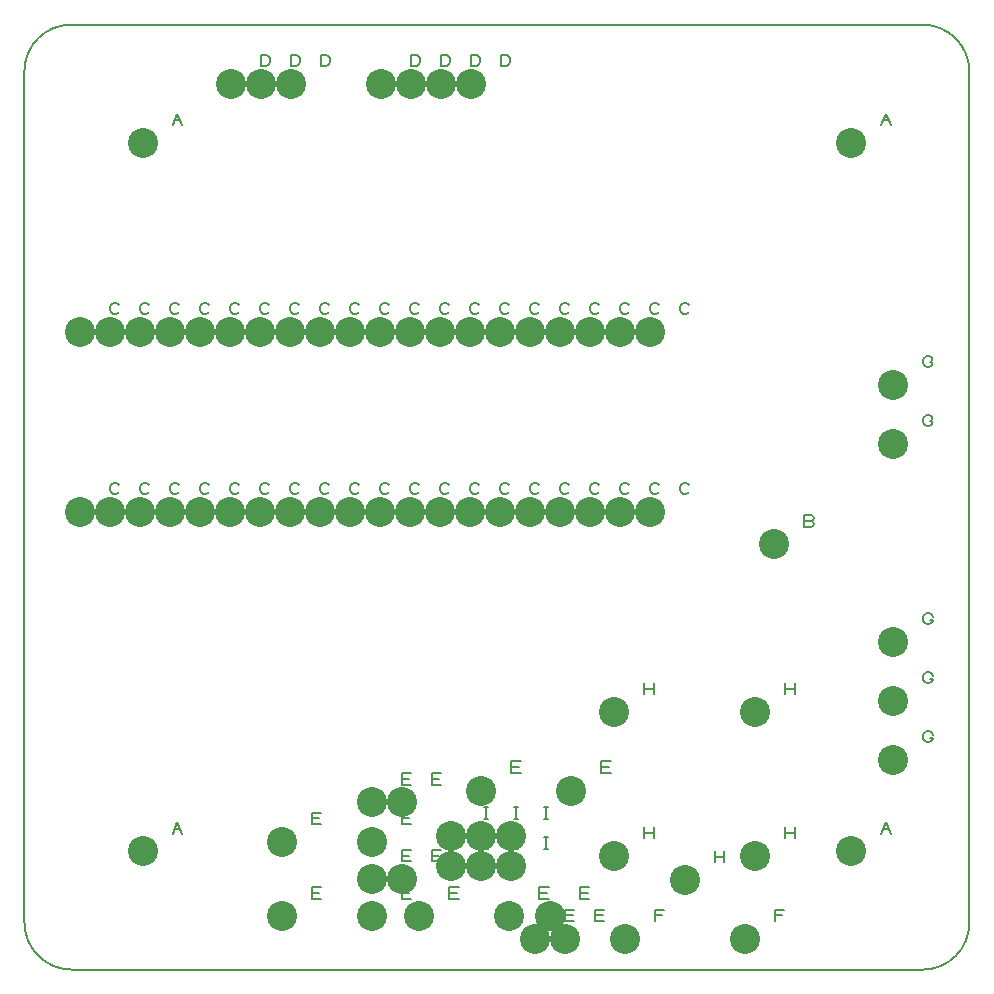
<source format=gbr>
G04 DesignSpark PCB Gerber Version 11.0 Build 5877*
%FSLAX35Y35*%
%MOIN*%
%ADD12C,0.00500*%
%ADD96C,0.10000*%
X0Y0D02*
D02*
D12*
X1674070Y1801641D02*
X1673757Y1801329D01*
X1673132Y1801016D01*
X1672195D01*
X1671570Y1801329D01*
X1671257Y1801641D01*
X1670945Y1802266D01*
Y1803516D01*
X1671257Y1804141D01*
X1671570Y1804454D01*
X1672195Y1804766D01*
X1673132D01*
X1673757Y1804454D01*
X1674070Y1804141D01*
Y1861641D02*
X1673757Y1861329D01*
X1673132Y1861016D01*
X1672195D01*
X1671570Y1861329D01*
X1671257Y1861641D01*
X1670945Y1862266D01*
Y1863516D01*
X1671257Y1864141D01*
X1671570Y1864454D01*
X1672195Y1864766D01*
X1673132D01*
X1673757Y1864454D01*
X1674070Y1864141D01*
X1684070Y1801641D02*
X1683757Y1801329D01*
X1683132Y1801016D01*
X1682195D01*
X1681570Y1801329D01*
X1681257Y1801641D01*
X1680945Y1802266D01*
Y1803516D01*
X1681257Y1804141D01*
X1681570Y1804454D01*
X1682195Y1804766D01*
X1683132D01*
X1683757Y1804454D01*
X1684070Y1804141D01*
Y1861641D02*
X1683757Y1861329D01*
X1683132Y1861016D01*
X1682195D01*
X1681570Y1861329D01*
X1681257Y1861641D01*
X1680945Y1862266D01*
Y1863516D01*
X1681257Y1864141D01*
X1681570Y1864454D01*
X1682195Y1864766D01*
X1683132D01*
X1683757Y1864454D01*
X1684070Y1864141D01*
X1694070Y1801641D02*
X1693757Y1801329D01*
X1693132Y1801016D01*
X1692195D01*
X1691570Y1801329D01*
X1691257Y1801641D01*
X1690945Y1802266D01*
Y1803516D01*
X1691257Y1804141D01*
X1691570Y1804454D01*
X1692195Y1804766D01*
X1693132D01*
X1693757Y1804454D01*
X1694070Y1804141D01*
Y1861641D02*
X1693757Y1861329D01*
X1693132Y1861016D01*
X1692195D01*
X1691570Y1861329D01*
X1691257Y1861641D01*
X1690945Y1862266D01*
Y1863516D01*
X1691257Y1864141D01*
X1691570Y1864454D01*
X1692195Y1864766D01*
X1693132D01*
X1693757Y1864454D01*
X1694070Y1864141D01*
X1691890Y1687827D02*
X1693452Y1691577D01*
X1695015Y1687827D01*
X1692515Y1689390D02*
X1694390D01*
X1691890Y1924048D02*
X1693452Y1927798D01*
X1695015Y1924048D01*
X1692515Y1925610D02*
X1694390D01*
X1704070Y1801641D02*
X1703757Y1801329D01*
X1703132Y1801016D01*
X1702195D01*
X1701570Y1801329D01*
X1701257Y1801641D01*
X1700945Y1802266D01*
Y1803516D01*
X1701257Y1804141D01*
X1701570Y1804454D01*
X1702195Y1804766D01*
X1703132D01*
X1703757Y1804454D01*
X1704070Y1804141D01*
Y1861641D02*
X1703757Y1861329D01*
X1703132Y1861016D01*
X1702195D01*
X1701570Y1861329D01*
X1701257Y1861641D01*
X1700945Y1862266D01*
Y1863516D01*
X1701257Y1864141D01*
X1701570Y1864454D01*
X1702195Y1864766D01*
X1703132D01*
X1703757Y1864454D01*
X1704070Y1864141D01*
X1714070Y1801641D02*
X1713757Y1801329D01*
X1713132Y1801016D01*
X1712195D01*
X1711570Y1801329D01*
X1711257Y1801641D01*
X1710945Y1802266D01*
Y1803516D01*
X1711257Y1804141D01*
X1711570Y1804454D01*
X1712195Y1804766D01*
X1713132D01*
X1713757Y1804454D01*
X1714070Y1804141D01*
Y1861641D02*
X1713757Y1861329D01*
X1713132Y1861016D01*
X1712195D01*
X1711570Y1861329D01*
X1711257Y1861641D01*
X1710945Y1862266D01*
Y1863516D01*
X1711257Y1864141D01*
X1711570Y1864454D01*
X1712195Y1864766D01*
X1713132D01*
X1713757Y1864454D01*
X1714070Y1864141D01*
X1724070Y1801641D02*
X1723757Y1801329D01*
X1723132Y1801016D01*
X1722195D01*
X1721570Y1801329D01*
X1721257Y1801641D01*
X1720945Y1802266D01*
Y1803516D01*
X1721257Y1804141D01*
X1721570Y1804454D01*
X1722195Y1804766D01*
X1723132D01*
X1723757Y1804454D01*
X1724070Y1804141D01*
Y1861641D02*
X1723757Y1861329D01*
X1723132Y1861016D01*
X1722195D01*
X1721570Y1861329D01*
X1721257Y1861641D01*
X1720945Y1862266D01*
Y1863516D01*
X1721257Y1864141D01*
X1721570Y1864454D01*
X1722195Y1864766D01*
X1723132D01*
X1723757Y1864454D01*
X1724070Y1864141D01*
X1721260Y1943733D02*
Y1947483D01*
X1723135D01*
X1723760Y1947170D01*
X1724072Y1946858D01*
X1724385Y1946233D01*
Y1944983D01*
X1724072Y1944358D01*
X1723760Y1944045D01*
X1723135Y1943733D01*
X1721260D01*
X1734070Y1801641D02*
X1733757Y1801329D01*
X1733132Y1801016D01*
X1732195D01*
X1731570Y1801329D01*
X1731257Y1801641D01*
X1730945Y1802266D01*
Y1803516D01*
X1731257Y1804141D01*
X1731570Y1804454D01*
X1732195Y1804766D01*
X1733132D01*
X1733757Y1804454D01*
X1734070Y1804141D01*
Y1861641D02*
X1733757Y1861329D01*
X1733132Y1861016D01*
X1732195D01*
X1731570Y1861329D01*
X1731257Y1861641D01*
X1730945Y1862266D01*
Y1863516D01*
X1731257Y1864141D01*
X1731570Y1864454D01*
X1732195Y1864766D01*
X1733132D01*
X1733757Y1864454D01*
X1734070Y1864141D01*
X1731260Y1943733D02*
Y1947483D01*
X1733135D01*
X1733760Y1947170D01*
X1734072Y1946858D01*
X1734385Y1946233D01*
Y1944983D01*
X1734072Y1944358D01*
X1733760Y1944045D01*
X1733135Y1943733D01*
X1731260D01*
X1738228Y1666193D02*
Y1669943D01*
X1741354D01*
X1740728Y1668069D02*
X1738228D01*
Y1666193D02*
X1741354D01*
X1738228Y1691056D02*
Y1694806D01*
X1741354D01*
X1740728Y1692931D02*
X1738228D01*
Y1691056D02*
X1741354D01*
X1744070Y1801641D02*
X1743757Y1801329D01*
X1743132Y1801016D01*
X1742195D01*
X1741570Y1801329D01*
X1741257Y1801641D01*
X1740945Y1802266D01*
Y1803516D01*
X1741257Y1804141D01*
X1741570Y1804454D01*
X1742195Y1804766D01*
X1743132D01*
X1743757Y1804454D01*
X1744070Y1804141D01*
Y1861641D02*
X1743757Y1861329D01*
X1743132Y1861016D01*
X1742195D01*
X1741570Y1861329D01*
X1741257Y1861641D01*
X1740945Y1862266D01*
Y1863516D01*
X1741257Y1864141D01*
X1741570Y1864454D01*
X1742195Y1864766D01*
X1743132D01*
X1743757Y1864454D01*
X1744070Y1864141D01*
X1741260Y1943733D02*
Y1947483D01*
X1743135D01*
X1743760Y1947170D01*
X1744072Y1946858D01*
X1744385Y1946233D01*
Y1944983D01*
X1744072Y1944358D01*
X1743760Y1944045D01*
X1743135Y1943733D01*
X1741260D01*
X1754070Y1801641D02*
X1753757Y1801329D01*
X1753132Y1801016D01*
X1752195D01*
X1751570Y1801329D01*
X1751257Y1801641D01*
X1750945Y1802266D01*
Y1803516D01*
X1751257Y1804141D01*
X1751570Y1804454D01*
X1752195Y1804766D01*
X1753132D01*
X1753757Y1804454D01*
X1754070Y1804141D01*
Y1861641D02*
X1753757Y1861329D01*
X1753132Y1861016D01*
X1752195D01*
X1751570Y1861329D01*
X1751257Y1861641D01*
X1750945Y1862266D01*
Y1863516D01*
X1751257Y1864141D01*
X1751570Y1864454D01*
X1752195Y1864766D01*
X1753132D01*
X1753757Y1864454D01*
X1754070Y1864141D01*
X1764070Y1801641D02*
X1763757Y1801329D01*
X1763132Y1801016D01*
X1762195D01*
X1761570Y1801329D01*
X1761257Y1801641D01*
X1760945Y1802266D01*
Y1803516D01*
X1761257Y1804141D01*
X1761570Y1804454D01*
X1762195Y1804766D01*
X1763132D01*
X1763757Y1804454D01*
X1764070Y1804141D01*
Y1861641D02*
X1763757Y1861329D01*
X1763132Y1861016D01*
X1762195D01*
X1761570Y1861329D01*
X1761257Y1861641D01*
X1760945Y1862266D01*
Y1863516D01*
X1761257Y1864141D01*
X1761570Y1864454D01*
X1762195Y1864766D01*
X1763132D01*
X1763757Y1864454D01*
X1764070Y1864141D01*
X1768228Y1666193D02*
Y1669943D01*
X1771354D01*
X1770728Y1668069D02*
X1768228D01*
Y1666193D02*
X1771354D01*
X1768228Y1678575D02*
Y1682325D01*
X1771354D01*
X1770728Y1680450D02*
X1768228D01*
Y1678575D02*
X1771354D01*
X1768228Y1691056D02*
Y1694806D01*
X1771354D01*
X1770728Y1692931D02*
X1768228D01*
Y1691056D02*
X1771354D01*
X1768228Y1704205D02*
Y1707955D01*
X1771354D01*
X1770728Y1706080D02*
X1768228D01*
Y1704205D02*
X1771354D01*
X1774070Y1801641D02*
X1773757Y1801329D01*
X1773132Y1801016D01*
X1772195D01*
X1771570Y1801329D01*
X1771257Y1801641D01*
X1770945Y1802266D01*
Y1803516D01*
X1771257Y1804141D01*
X1771570Y1804454D01*
X1772195Y1804766D01*
X1773132D01*
X1773757Y1804454D01*
X1774070Y1804141D01*
Y1861641D02*
X1773757Y1861329D01*
X1773132Y1861016D01*
X1772195D01*
X1771570Y1861329D01*
X1771257Y1861641D01*
X1770945Y1862266D01*
Y1863516D01*
X1771257Y1864141D01*
X1771570Y1864454D01*
X1772195Y1864766D01*
X1773132D01*
X1773757Y1864454D01*
X1774070Y1864141D01*
X1771378Y1943733D02*
Y1947483D01*
X1773253D01*
X1773878Y1947170D01*
X1774191Y1946858D01*
X1774503Y1946233D01*
Y1944983D01*
X1774191Y1944358D01*
X1773878Y1944045D01*
X1773253Y1943733D01*
X1771378D01*
X1778228Y1678575D02*
Y1682325D01*
X1781354D01*
X1780728Y1680450D02*
X1778228D01*
Y1678575D02*
X1781354D01*
X1778228Y1704205D02*
Y1707955D01*
X1781354D01*
X1780728Y1706080D02*
X1778228D01*
Y1704205D02*
X1781354D01*
X1784070Y1801641D02*
X1783757Y1801329D01*
X1783132Y1801016D01*
X1782195D01*
X1781570Y1801329D01*
X1781257Y1801641D01*
X1780945Y1802266D01*
Y1803516D01*
X1781257Y1804141D01*
X1781570Y1804454D01*
X1782195Y1804766D01*
X1783132D01*
X1783757Y1804454D01*
X1784070Y1804141D01*
Y1861641D02*
X1783757Y1861329D01*
X1783132Y1861016D01*
X1782195D01*
X1781570Y1861329D01*
X1781257Y1861641D01*
X1780945Y1862266D01*
Y1863516D01*
X1781257Y1864141D01*
X1781570Y1864454D01*
X1782195Y1864766D01*
X1783132D01*
X1783757Y1864454D01*
X1784070Y1864141D01*
X1781378Y1943733D02*
Y1947483D01*
X1783253D01*
X1783878Y1947170D01*
X1784191Y1946858D01*
X1784503Y1946233D01*
Y1944983D01*
X1784191Y1944358D01*
X1783878Y1944045D01*
X1783253Y1943733D01*
X1781378D01*
X1784094Y1666193D02*
Y1669943D01*
X1787220D01*
X1786594Y1668069D02*
X1784094D01*
Y1666193D02*
X1787220D01*
X1794070Y1801641D02*
X1793757Y1801329D01*
X1793132Y1801016D01*
X1792195D01*
X1791570Y1801329D01*
X1791257Y1801641D01*
X1790945Y1802266D01*
Y1803516D01*
X1791257Y1804141D01*
X1791570Y1804454D01*
X1792195Y1804766D01*
X1793132D01*
X1793757Y1804454D01*
X1794070Y1804141D01*
Y1861641D02*
X1793757Y1861329D01*
X1793132Y1861016D01*
X1792195D01*
X1791570Y1861329D01*
X1791257Y1861641D01*
X1790945Y1862266D01*
Y1863516D01*
X1791257Y1864141D01*
X1791570Y1864454D01*
X1792195Y1864766D01*
X1793132D01*
X1793757Y1864454D01*
X1794070Y1864141D01*
X1791378Y1943733D02*
Y1947483D01*
X1793253D01*
X1793878Y1947170D01*
X1794191Y1946858D01*
X1794503Y1946233D01*
Y1944983D01*
X1794191Y1944358D01*
X1793878Y1944045D01*
X1793253Y1943733D01*
X1791378D01*
X1795780Y1682867D02*
X1797030D01*
X1796405D02*
Y1686617D01*
X1795780D02*
X1797030D01*
X1795780Y1692867D02*
X1797030D01*
X1796405D02*
Y1696617D01*
X1795780D02*
X1797030D01*
X1804070Y1801641D02*
X1803757Y1801329D01*
X1803132Y1801016D01*
X1802195D01*
X1801570Y1801329D01*
X1801257Y1801641D01*
X1800945Y1802266D01*
Y1803516D01*
X1801257Y1804141D01*
X1801570Y1804454D01*
X1802195Y1804766D01*
X1803132D01*
X1803757Y1804454D01*
X1804070Y1804141D01*
Y1861641D02*
X1803757Y1861329D01*
X1803132Y1861016D01*
X1802195D01*
X1801570Y1861329D01*
X1801257Y1861641D01*
X1800945Y1862266D01*
Y1863516D01*
X1801257Y1864141D01*
X1801570Y1864454D01*
X1802195Y1864766D01*
X1803132D01*
X1803757Y1864454D01*
X1804070Y1864141D01*
X1801378Y1943733D02*
Y1947483D01*
X1803253D01*
X1803878Y1947170D01*
X1804191Y1946858D01*
X1804503Y1946233D01*
Y1944983D01*
X1804191Y1944358D01*
X1803878Y1944045D01*
X1803253Y1943733D01*
X1801378D01*
X1805780Y1682867D02*
X1807030D01*
X1806405D02*
Y1686617D01*
X1805780D02*
X1807030D01*
X1805780Y1692867D02*
X1807030D01*
X1806405D02*
Y1696617D01*
X1805780D02*
X1807030D01*
X1804843Y1708142D02*
Y1711892D01*
X1807968D01*
X1807343Y1710017D02*
X1804843D01*
Y1708142D02*
X1807968D01*
X1814070Y1801641D02*
X1813757Y1801329D01*
X1813132Y1801016D01*
X1812195D01*
X1811570Y1801329D01*
X1811257Y1801641D01*
X1810945Y1802266D01*
Y1803516D01*
X1811257Y1804141D01*
X1811570Y1804454D01*
X1812195Y1804766D01*
X1813132D01*
X1813757Y1804454D01*
X1814070Y1804141D01*
Y1861641D02*
X1813757Y1861329D01*
X1813132Y1861016D01*
X1812195D01*
X1811570Y1861329D01*
X1811257Y1861641D01*
X1810945Y1862266D01*
Y1863516D01*
X1811257Y1864141D01*
X1811570Y1864454D01*
X1812195Y1864766D01*
X1813132D01*
X1813757Y1864454D01*
X1814070Y1864141D01*
X1814094Y1666193D02*
Y1669943D01*
X1817220D01*
X1816594Y1668069D02*
X1814094D01*
Y1666193D02*
X1817220D01*
X1815780Y1682867D02*
X1817030D01*
X1816405D02*
Y1686617D01*
X1815780D02*
X1817030D01*
X1815780Y1692867D02*
X1817030D01*
X1816405D02*
Y1696617D01*
X1815780D02*
X1817030D01*
X1824070Y1801641D02*
X1823757Y1801329D01*
X1823132Y1801016D01*
X1822195D01*
X1821570Y1801329D01*
X1821257Y1801641D01*
X1820945Y1802266D01*
Y1803516D01*
X1821257Y1804141D01*
X1821570Y1804454D01*
X1822195Y1804766D01*
X1823132D01*
X1823757Y1804454D01*
X1824070Y1804141D01*
Y1861641D02*
X1823757Y1861329D01*
X1823132Y1861016D01*
X1822195D01*
X1821570Y1861329D01*
X1821257Y1861641D01*
X1820945Y1862266D01*
Y1863516D01*
X1821257Y1864141D01*
X1821570Y1864454D01*
X1822195Y1864766D01*
X1823132D01*
X1823757Y1864454D01*
X1824070Y1864141D01*
X1822717Y1658693D02*
Y1662443D01*
X1825842D01*
X1825217Y1660569D02*
X1822717D01*
Y1658693D02*
X1825842D01*
X1827717Y1666193D02*
Y1669943D01*
X1830842D01*
X1830217Y1668069D02*
X1827717D01*
Y1666193D02*
X1830842D01*
X1834070Y1801641D02*
X1833757Y1801329D01*
X1833132Y1801016D01*
X1832195D01*
X1831570Y1801329D01*
X1831257Y1801641D01*
X1830945Y1802266D01*
Y1803516D01*
X1831257Y1804141D01*
X1831570Y1804454D01*
X1832195Y1804766D01*
X1833132D01*
X1833757Y1804454D01*
X1834070Y1804141D01*
Y1861641D02*
X1833757Y1861329D01*
X1833132Y1861016D01*
X1832195D01*
X1831570Y1861329D01*
X1831257Y1861641D01*
X1830945Y1862266D01*
Y1863516D01*
X1831257Y1864141D01*
X1831570Y1864454D01*
X1832195Y1864766D01*
X1833132D01*
X1833757Y1864454D01*
X1834070Y1864141D01*
X1832717Y1658693D02*
Y1662443D01*
X1835842D01*
X1835217Y1660569D02*
X1832717D01*
Y1658693D02*
X1835842D01*
X1834843Y1708142D02*
Y1711892D01*
X1837968D01*
X1837343Y1710017D02*
X1834843D01*
Y1708142D02*
X1837968D01*
X1844070Y1801641D02*
X1843757Y1801329D01*
X1843132Y1801016D01*
X1842195D01*
X1841570Y1801329D01*
X1841257Y1801641D01*
X1840945Y1802266D01*
Y1803516D01*
X1841257Y1804141D01*
X1841570Y1804454D01*
X1842195Y1804766D01*
X1843132D01*
X1843757Y1804454D01*
X1844070Y1804141D01*
Y1861641D02*
X1843757Y1861329D01*
X1843132Y1861016D01*
X1842195D01*
X1841570Y1861329D01*
X1841257Y1861641D01*
X1840945Y1862266D01*
Y1863516D01*
X1841257Y1864141D01*
X1841570Y1864454D01*
X1842195Y1864766D01*
X1843132D01*
X1843757Y1864454D01*
X1844070Y1864141D01*
X1849098Y1686280D02*
Y1690030D01*
Y1688155D02*
X1852224D01*
Y1686280D02*
Y1690030D01*
X1849098Y1734280D02*
Y1738030D01*
Y1736155D02*
X1852224D01*
Y1734280D02*
Y1738030D01*
X1854070Y1801641D02*
X1853757Y1801329D01*
X1853132Y1801016D01*
X1852195D01*
X1851570Y1801329D01*
X1851257Y1801641D01*
X1850945Y1802266D01*
Y1803516D01*
X1851257Y1804141D01*
X1851570Y1804454D01*
X1852195Y1804766D01*
X1853132D01*
X1853757Y1804454D01*
X1854070Y1804141D01*
Y1861641D02*
X1853757Y1861329D01*
X1853132Y1861016D01*
X1852195D01*
X1851570Y1861329D01*
X1851257Y1861641D01*
X1850945Y1862266D01*
Y1863516D01*
X1851257Y1864141D01*
X1851570Y1864454D01*
X1852195Y1864766D01*
X1853132D01*
X1853757Y1864454D01*
X1854070Y1864141D01*
X1852598Y1658693D02*
Y1662443D01*
X1855724D01*
X1855098Y1660569D02*
X1852598D01*
X1864070Y1801641D02*
X1863757Y1801329D01*
X1863132Y1801016D01*
X1862195D01*
X1861570Y1801329D01*
X1861257Y1801641D01*
X1860945Y1802266D01*
Y1803516D01*
X1861257Y1804141D01*
X1861570Y1804454D01*
X1862195Y1804766D01*
X1863132D01*
X1863757Y1804454D01*
X1864070Y1804141D01*
Y1861641D02*
X1863757Y1861329D01*
X1863132Y1861016D01*
X1862195D01*
X1861570Y1861329D01*
X1861257Y1861641D01*
X1860945Y1862266D01*
Y1863516D01*
X1861257Y1864141D01*
X1861570Y1864454D01*
X1862195Y1864766D01*
X1863132D01*
X1863757Y1864454D01*
X1864070Y1864141D01*
X1872598Y1678280D02*
Y1682030D01*
Y1680155D02*
X1875724D01*
Y1678280D02*
Y1682030D01*
X1892598Y1658693D02*
Y1662443D01*
X1895724D01*
X1895098Y1660569D02*
X1892598D01*
X1896098Y1686280D02*
Y1690030D01*
Y1688155D02*
X1899224D01*
Y1686280D02*
Y1690030D01*
X1896098Y1734280D02*
Y1738030D01*
Y1736155D02*
X1899224D01*
Y1734280D02*
Y1738030D01*
X1904707Y1792065D02*
X1905332Y1791752D01*
X1905645Y1791127D01*
X1905332Y1790502D01*
X1904707Y1790189D01*
X1902520D01*
Y1793939D01*
X1904707D01*
X1905332Y1793627D01*
X1905645Y1793002D01*
X1905332Y1792377D01*
X1904707Y1792065D01*
X1902520D01*
X1928110Y1687827D02*
X1929673Y1691577D01*
X1931235Y1687827D01*
X1928735Y1689390D02*
X1930610D01*
X1928110Y1924048D02*
X1929673Y1927798D01*
X1931235Y1924048D01*
X1928735Y1925610D02*
X1930610D01*
X1944274Y1825217D02*
X1945212D01*
Y1824904D01*
X1944899Y1824279D01*
X1944587Y1823967D01*
X1943962Y1823654D01*
X1943337D01*
X1942712Y1823967D01*
X1942399Y1824279D01*
X1942087Y1824904D01*
Y1826154D01*
X1942399Y1826779D01*
X1942712Y1827092D01*
X1943337Y1827404D01*
X1943962D01*
X1944587Y1827092D01*
X1944899Y1826779D01*
X1945212Y1826154D01*
X1944274Y1844902D02*
X1945212D01*
Y1844589D01*
X1944899Y1843964D01*
X1944587Y1843652D01*
X1943962Y1843339D01*
X1943337D01*
X1942712Y1843652D01*
X1942399Y1843964D01*
X1942087Y1844589D01*
Y1845839D01*
X1942399Y1846464D01*
X1942712Y1846777D01*
X1943337Y1847089D01*
X1943962D01*
X1944587Y1846777D01*
X1944899Y1846464D01*
X1945212Y1845839D01*
X1944353Y1719823D02*
X1945291D01*
Y1719510D01*
X1944978Y1718885D01*
X1944665Y1718573D01*
X1944041Y1718260D01*
X1943415D01*
X1942791Y1718573D01*
X1942478Y1718885D01*
X1942165Y1719510D01*
Y1720760D01*
X1942478Y1721385D01*
X1942791Y1721698D01*
X1943415Y1722010D01*
X1944041D01*
X1944665Y1721698D01*
X1944978Y1721385D01*
X1945291Y1720760D01*
X1944353Y1739508D02*
X1945291D01*
Y1739195D01*
X1944978Y1738570D01*
X1944665Y1738258D01*
X1944041Y1737945D01*
X1943415D01*
X1942791Y1738258D01*
X1942478Y1738570D01*
X1942165Y1739195D01*
Y1740445D01*
X1942478Y1741070D01*
X1942791Y1741383D01*
X1943415Y1741695D01*
X1944041D01*
X1944665Y1741383D01*
X1944978Y1741070D01*
X1945291Y1740445D01*
X1944353Y1759193D02*
X1945291D01*
Y1758880D01*
X1944978Y1758256D01*
X1944665Y1757943D01*
X1944041Y1757630D01*
X1943415D01*
X1942791Y1757943D01*
X1942478Y1758256D01*
X1942165Y1758880D01*
Y1760130D01*
X1942478Y1760756D01*
X1942791Y1761068D01*
X1943415Y1761380D01*
X1944041D01*
X1944665Y1761068D01*
X1944978Y1760756D01*
X1945291Y1760130D01*
X1957480Y1658031D02*
Y1941929D01*
G75*
G03*
X1941929Y1957480I-15551J0D01*
G01*
X1658031D01*
G75*
G03*
X1642520Y1941969I0J-15512D01*
G01*
Y1658268D01*
G75*
G03*
X1658268Y1642520I15748J0D01*
G01*
X1941969D01*
G75*
G03*
X1957480Y1658031I0J15512D01*
G01*
D02*
D96*
X1660945Y1795079D03*
Y1855079D03*
X1670945Y1795079D03*
Y1855079D03*
X1680945Y1795079D03*
Y1855079D03*
X1681890Y1681890D03*
Y1918110D03*
X1690945Y1795079D03*
Y1855079D03*
X1700945Y1795079D03*
Y1855079D03*
X1710945Y1795079D03*
Y1855079D03*
X1711260Y1937795D03*
X1720945Y1795079D03*
Y1855079D03*
X1721260Y1937795D03*
X1728228Y1660256D03*
Y1685118D03*
X1730945Y1795079D03*
Y1855079D03*
X1731260Y1937795D03*
X1740945Y1795079D03*
Y1855079D03*
X1750945Y1795079D03*
Y1855079D03*
X1758228Y1660256D03*
Y1672638D03*
Y1685118D03*
Y1698268D03*
X1760945Y1795079D03*
Y1855079D03*
X1761378Y1937795D03*
X1768228Y1672638D03*
Y1698268D03*
X1770945Y1795079D03*
Y1855079D03*
X1771378Y1937795D03*
X1774094Y1660256D03*
X1780945Y1795079D03*
Y1855079D03*
X1781378Y1937795D03*
X1784843Y1676929D03*
Y1686929D03*
X1790945Y1795079D03*
Y1855079D03*
X1791378Y1937795D03*
X1794843Y1676929D03*
Y1686929D03*
Y1702205D03*
X1800945Y1795079D03*
Y1855079D03*
X1804094Y1660256D03*
X1804843Y1676929D03*
Y1686929D03*
X1810945Y1795079D03*
Y1855079D03*
X1812717Y1652756D03*
X1817717Y1660256D03*
X1820945Y1795079D03*
Y1855079D03*
X1822717Y1652756D03*
X1824843Y1702205D03*
X1830945Y1795079D03*
Y1855079D03*
X1839098Y1680343D03*
Y1728343D03*
X1840945Y1795079D03*
Y1855079D03*
X1842598Y1652756D03*
X1850945Y1795079D03*
Y1855079D03*
X1862598Y1672343D03*
X1882598Y1652756D03*
X1886098Y1680343D03*
Y1728343D03*
X1892520Y1784252D03*
X1918110Y1681890D03*
Y1918110D03*
X1932087Y1817717D03*
Y1837402D03*
X1932165Y1712323D03*
Y1732008D03*
Y1751693D03*
X0Y0D02*
M02*

</source>
